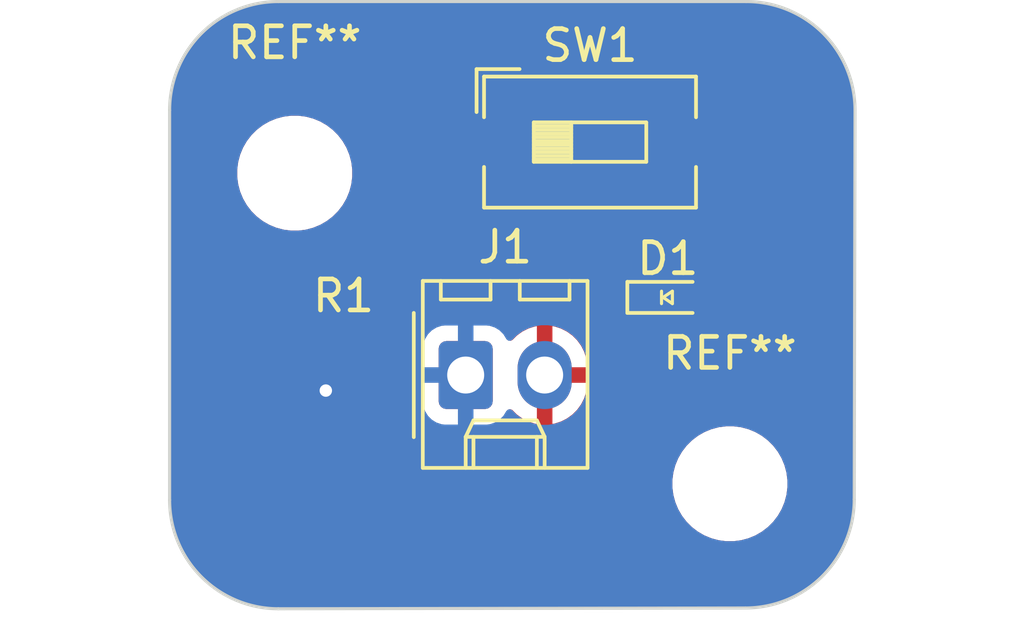
<source format=kicad_pcb>
(kicad_pcb (version 20240108) (generator "pcbnew") (generator_version "8.0")
  (title_block (title "LED_Project") (date "2024-09-22") (rev "1.0") (company "Illini Solar Car") (comment 1 "Designed By: Alen Daniel"))
  (layers (0 "F.Cu" signal) (31 "B.Cu" signal) (34 "B.Paste" user) (35 "F.Paste" user) (36 "B.SilkS" user "B.Silkscreen") (37 "F.SilkS" user "F.Silkscreen") (38 "B.Mask" user) (39 "F.Mask" user) (44 "Edge.Cuts" user))
  (net 0 "")
  (net 1 "Net-(D1-A)")
  (net 2 "GND")
  (net 3 "+3.3V")
  (net 4 "Net-(R1-Pad2)")
  (footprint "Resistor_SMD:R_0201_0603Metric_Pad0.64x0.40mm_HandSolder" (layer "F.Cu") (at 105.0675 78)
    (property "Reference" "R1" (at 0 -1.05 0) (layer "F.SilkS"))
    (property "Value" "105")
    (pad "1" smd roundrect (at -0.4075 0) (size 0.635 0.4) (layers "F.Cu" "F.Mask") (net 3 "+3.3V"))
    (pad "2" smd roundrect (at 0.4075 0) (size 0.635 0.4) (layers "F.Cu" "F.Mask") (net 4 "Net-(R1-Pad2)"))
  )
  (footprint "layout:LED_0603_Symbol_on_F.SilkS" (layer "F.Cu") (at 115.5 77)
    (property "Reference" "D1" (at 0 -1.25 0) (layer "F.SilkS"))
    (property "Value" "LED_RED")
    (fp_line (start -1.3 -0.5) (end -1.3 0.5) (stroke (width 0.12)) (layer "F.SilkS"))
    (fp_line (start -1.3 -0.5) (end 0.8 -0.5) (stroke (width 0.12)) (layer "F.SilkS"))
    (fp_line (start -1.3 0.5) (end 0.8 0.5) (stroke (width 0.12)) (layer "F.SilkS"))
    (fp_line (start -0.2 -0.2) (end -0.2 0.2) (stroke (width 0.1)) (layer "F.SilkS"))
    (fp_line (start -0.15 0) (end 0.15 -0.2) (stroke (width 0.1)) (layer "F.SilkS"))
    (fp_line (start 0.15 -0.2) (end 0.15 0.2) (stroke (width 0.1)) (layer "F.SilkS"))
    (fp_line (start 0.15 0.2) (end -0.15 0) (stroke (width 0.1)) (layer "F.SilkS"))
    (pad "1" smd rect (at -0.8 0 180) (size 0.8 0.8) (layers "F.Cu" "F.Paste" "F.Mask") (net 2 "GND"))
    (pad "2" smd rect (at 0.8 0 180) (size 0.8 0.8) (layers "F.Cu" "F.Paste" "F.Mask") (net 1 "Net-(D1-A)"))
  )
  (footprint "Connector_Molex:Molex_KK-254_AE-6410-02A_1x02_P2.54mm_Vertical" (layer "F.Cu") (at 109 79.5)
    (property "Reference" "J1" (at 1.27 -4.12 0) (layer "F.SilkS"))
    (property "Value" "Conn_01x02")
    (fp_line (start -1.67 -2) (end -1.67 2) (stroke (width 0.12)) (layer "F.SilkS"))
    (fp_line (start -1.38 -3.03) (end -1.38 2.99) (stroke (width 0.12)) (layer "F.SilkS"))
    (fp_line (start -1.38 2.99) (end 3.92 2.99) (stroke (width 0.12)) (layer "F.SilkS"))
    (fp_line (start -0.8 -3.03) (end -0.8 -2.43) (stroke (width 0.12)) (layer "F.SilkS"))
    (fp_line (start -0.8 -2.43) (end 0.8 -2.43) (stroke (width 0.12)) (layer "F.SilkS"))
    (fp_line (start 0 1.99) (end 0.25 1.46) (stroke (width 0.12)) (layer "F.SilkS"))
    (fp_line (start 0 1.99) (end 2.54 1.99) (stroke (width 0.12)) (layer "F.SilkS"))
    (fp_line (start 0 2.99) (end 0 1.99) (stroke (width 0.12)) (layer "F.SilkS"))
    (fp_line (start 0.25 1.46) (end 2.29 1.46) (stroke (width 0.12)) (layer "F.SilkS"))
    (fp_line (start 0.25 2.99) (end 0.25 1.99) (stroke (width 0.12)) (layer "F.SilkS"))
    (fp_line (start 0.8 -2.43) (end 0.8 -3.03) (stroke (width 0.12)) (layer "F.SilkS"))
    (fp_line (start 1.74 -3.03) (end 1.74 -2.43) (stroke (width 0.12)) (layer "F.SilkS"))
    (fp_line (start 1.74 -2.43) (end 3.34 -2.43) (stroke (width 0.12)) (layer "F.SilkS"))
    (fp_line (start 2.29 1.46) (end 2.54 1.99) (stroke (width 0.12)) (layer "F.SilkS"))
    (fp_line (start 2.29 2.99) (end 2.29 1.99) (stroke (width 0.12)) (layer "F.SilkS"))
    (fp_line (start 2.54 1.99) (end 2.54 2.99) (stroke (width 0.12)) (layer "F.SilkS"))
    (fp_line (start 3.34 -2.43) (end 3.34 -3.03) (stroke (width 0.12)) (layer "F.SilkS"))
    (fp_line (start 3.92 -3.03) (end -1.38 -3.03) (stroke (width 0.12)) (layer "F.SilkS"))
    (fp_line (start 3.92 2.99) (end 3.92 -3.03) (stroke (width 0.12)) (layer "F.SilkS"))
    (pad "1" thru_hole roundrect (at 0 0) (size 1.74 2.19) (drill 1.19) (layers "*.Cu" "*.Mask") (roundrect_rratio 0.143678) (net 2 "GND"))
    (pad "2" thru_hole oval (at 2.54 0) (size 1.74 2.19) (drill 1.19) (layers "*.Cu" "*.Mask") (net 3 "+3.3V"))
  )
  (footprint "Button_Switch_SMD:SW_DIP_SPSTx01_Slide_6.7x4.1mm_W8.61mm_P2.54mm_LowProfile" (layer "F.Cu") (at 113 72)
    (property "Reference" "SW1" (at 0 -3.11 0) (layer "F.SilkS"))
    (property "Value" "SW_Push")
    (fp_line (start -3.65 -2.35) (end -3.65 -0.967) (stroke (width 0.12)) (layer "F.SilkS"))
    (fp_line (start -3.65 -2.35) (end -2.267 -2.35) (stroke (width 0.12)) (layer "F.SilkS"))
    (fp_line (start -3.41 -2.11) (end -3.41 -0.8) (stroke (width 0.12)) (layer "F.SilkS"))
    (fp_line (start -3.41 -2.11) (end 3.41 -2.11) (stroke (width 0.12)) (layer "F.SilkS"))
    (fp_line (start -3.41 0.8) (end -3.41 2.11) (stroke (width 0.12)) (layer "F.SilkS"))
    (fp_line (start -3.41 2.11) (end 3.41 2.11) (stroke (width 0.12)) (layer "F.SilkS"))
    (fp_line (start -1.81 -0.635) (end -1.81 0.635) (stroke (width 0.12)) (layer "F.SilkS"))
    (fp_line (start -1.81 -0.515) (end -0.603333 -0.515) (stroke (width 0.12)) (layer "F.SilkS"))
    (fp_line (start -1.81 -0.395) (end -0.603333 -0.395) (stroke (width 0.12)) (layer "F.SilkS"))
    (fp_line (start -1.81 -0.275) (end -0.603333 -0.275) (stroke (width 0.12)) (layer "F.SilkS"))
    (fp_line (start -1.81 -0.155) (end -0.603333 -0.155) (stroke (width 0.12)) (layer "F.SilkS"))
    (fp_line (start -1.81 -0.035) (end -0.603333 -0.035) (stroke (width 0.12)) (layer "F.SilkS"))
    (fp_line (start -1.81 0.085) (end -0.603333 0.085) (stroke (width 0.12)) (layer "F.SilkS"))
    (fp_line (start -1.81 0.205) (end -0.603333 0.205) (stroke (width 0.12)) (layer "F.SilkS"))
    (fp_line (start -1.81 0.325) (end -0.603333 0.325) (stroke (width 0.12)) (layer "F.SilkS"))
    (fp_line (start -1.81 0.445) (end -0.603333 0.445) (stroke (width 0.12)) (layer "F.SilkS"))
    (fp_line (start -1.81 0.565) (end -0.603333 0.565) (stroke (width 0.12)) (layer "F.SilkS"))
    (fp_line (start -1.81 0.635) (end 1.81 0.635) (stroke (width 0.12)) (layer "F.SilkS"))
    (fp_line (start -0.603333 -0.635) (end -0.603333 0.635) (stroke (width 0.12)) (layer "F.SilkS"))
    (fp_line (start 1.81 -0.635) (end -1.81 -0.635) (stroke (width 0.12)) (layer "F.SilkS"))
    (fp_line (start 1.81 0.635) (end 1.81 -0.635) (stroke (width 0.12)) (layer "F.SilkS"))
    (fp_line (start 3.41 -2.11) (end 3.41 -0.8) (stroke (width 0.12)) (layer "F.SilkS"))
    (fp_line (start 3.41 0.8) (end 3.41 2.11) (stroke (width 0.12)) (layer "F.SilkS"))
    (pad "1" smd rect (at -4.305 0) (size 2.44 1.12) (layers "F.Cu" "F.Paste" "F.Mask") (net 4 "Net-(R1-Pad2)"))
    (pad "2" smd rect (at 4.305 0) (size 2.44 1.12) (layers "F.Cu" "F.Paste" "F.Mask") (net 1 "Net-(D1-A)"))
  )
  (footprint "MountingHole:MountingHole_3.2mm_M3" (layer "F.Cu") (at 103.5 73)
    (property "Reference" "REF**" (at 0 -4.2 0) (layer "F.SilkS"))
    (property "Value" "MountingHole_3.2mm_M3")
    (pad "" np_thru_hole circle (at 0 0) (size 3.2 3.2) (drill 3.2) (layers "*.Cu" "*.Mask"))
  )
  (footprint "MountingHole:MountingHole_3.2mm_M3" (layer "F.Cu") (at 117.5 83)
    (property "Reference" "REF**" (at 0 -4.2 0) (layer "F.SilkS"))
    (property "Value" "MountingHole_3.2mm_M3")
    (pad "" np_thru_hole circle (at 0 0) (size 3.2 3.2) (drill 3.2) (layers "*.Cu" "*.Mask"))
  )
  (gr_line (start 99.474874 70.974874) (end 99.474875 83.525126) (stroke (width 0.1)) (layer "Edge.Cuts"))
  (gr_arc (start 121.5 83.5) (mid 120.474874 85.974874) (end 118 87) (stroke (width 0.1)) (layer "Edge.Cuts"))
  (gr_arc (start 99.474874 70.974874) (mid 100.5 68.5) (end 102.974874 67.474874) (stroke (width 0.1)) (layer "Edge.Cuts"))
  (gr_line (start 118 87) (end 102.974874 87.025125) (stroke (width 0.1)) (layer "Edge.Cuts"))
  (gr_line (start 121.525126 70.974874) (end 121.5 83.5) (stroke (width 0.1)) (layer "Edge.Cuts"))
  (gr_line (start 102.974874 67.474874) (end 118.025126 67.474874) (stroke (width 0.1)) (layer "Edge.Cuts"))
  (gr_arc (start 102.974874 87.025125) (mid 100.500001 85.999999) (end 99.474875 83.525126) (stroke (width 0.1)) (layer "Edge.Cuts"))
  (gr_arc (start 118.025126 67.474874) (mid 120.5 68.5) (end 121.525126 70.974874) (stroke (width 0.1)) (layer "Edge.Cuts"))
  (segment (start 117.305 72) (end 117.305 75.995) (width 0.25) (layer "F.Cu") (net 1))
  (segment (start 117.305 75.995) (end 116.3 77) (width 0.25) (layer "F.Cu") (net 1))
  (segment (start 114.7 80.3) (end 113.5 81.5) (width 0.25) (layer "F.Cu") (net 2))
  (segment (start 113.5 83.5) (end 106.5 83.5) (width 0.25) (layer "F.Cu") (net 2))
  (segment (start 114.7 77) (end 114.7 80.3) (width 0.25) (layer "F.Cu") (net 2))
  (segment (start 106.5 83.5) (end 104.5 81.5) (width 0.25) (layer "F.Cu") (net 2))
  (segment (start 113.5 81.5) (end 113.5 83.5) (width 0.25) (layer "F.Cu") (net 2))
  (segment (start 104.5 81.5) (end 104.5 80) (width 0.25) (layer "F.Cu") (net 2))
  (via (at 104.5 80) (size 0.8) (drill 0.4) (layers "F.Cu" "B.Cu") (net 2))
  (segment (start 108.695 72) (end 108.695 73.805) (width 0.25) (layer "F.Cu") (net 4))
  (segment (start 106.5 76) (end 106.5 76.975) (width 0.25) (layer "F.Cu") (net 4))
  (segment (start 108.695 73.805) (end 106.5 76) (width 0.25) (layer "F.Cu") (net 4))
  (segment (start 106.5 76.975) (end 105.475 78) (width 0.25) (layer "F.Cu") (net 4))
  (zone (net 3) (net_name "+3.3V") (layer "F.Cu") (connect_pads (clearance 0.508)) (min_thickness 0.25) (fill yes (thermal_gap 0.5) (thermal_bridge_width 0.5))
    (polygon (pts (xy 99.5 67.5) (xy 121.5 67.5) (xy 121.5 87) (xy 99.5 87)))
  )
  (zone (net 2) (net_name "GND") (layer "B.Cu") (priority 1) (connect_pads (clearance 0.508)) (min_thickness 0.25) (fill yes (thermal_gap 0.5) (thermal_bridge_width 0.5))
    (polygon (pts (xy 99.5 67.5) (xy 121.5 67.5) (xy 121.5 87) (xy 99.5 87)))
  )
)
</source>
